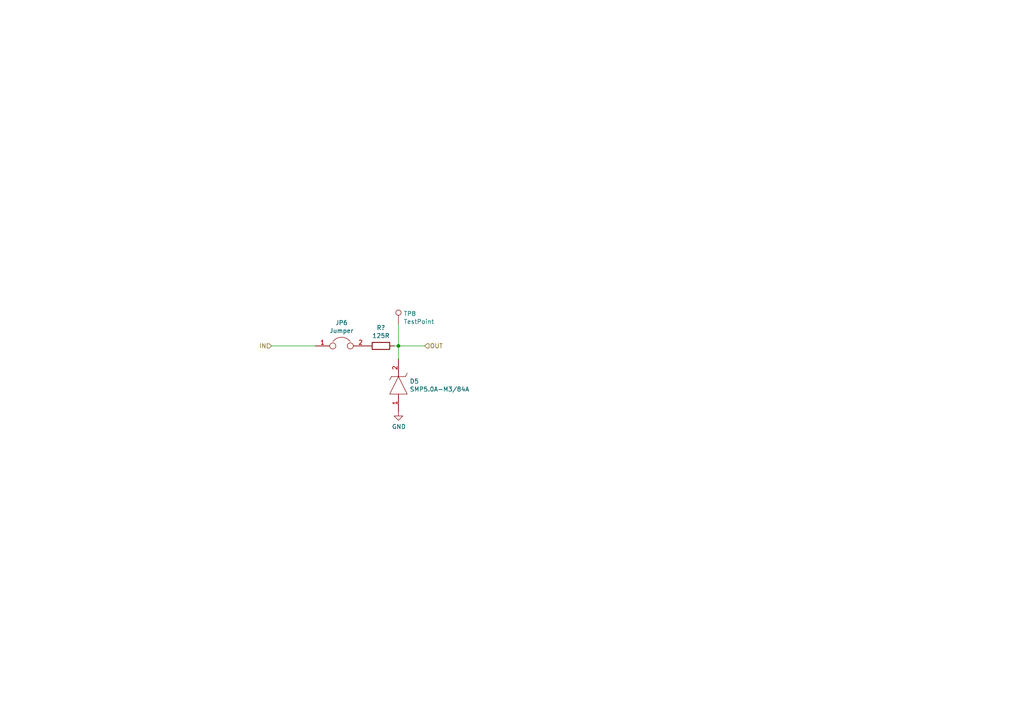
<source format=kicad_sch>
(kicad_sch (version 20230121) (generator eeschema)
  (paper "A4")
  (lib_symbols
    (symbol "Connector:TestPoint" (pin_numbers hide) (pin_names (offset 0.762) hide)
      (property "Reference" "TP" (at 0 6.858 0))
      (property "Value" "TestPoint" (at 0 5.08 0))
      (symbol "TestPoint_0_1"
        (circle (center 0 3.302) (radius 0.762))
      )
      (symbol "TestPoint_1_1"
        (pin passive line (at 0 0 90) (length 2.54) (name "1") (number "1"))
      )
    )
    (symbol "Device:Jumper" (pin_names (offset 0.762) hide)
      (property "Reference" "JP" (at 0 3.81 0))
      (property "Value" "Device_Jumper" (at 0 -2.032 0))
      (symbol "Jumper_0_1"
        (circle (center -2.54 0) (radius 0.889))
        (arc (start 2.5146 1.27) (mid 0.0078 2.5097) (end -2.4892 1.27))
        (circle (center 2.54 0) (radius 0.889))
        (pin passive line (at -7.62 0 0) (length 4.191) (name "1") (number "1"))
        (pin passive line (at 7.62 0 180) (length 4.191) (name "2") (number "2"))
      )
    )
    (symbol "Device:R" (pin_numbers hide) (pin_names (offset 0))
      (property "Reference" "R" (at 2.032 0 90))
      (property "Value" "R" (at 0 0 90))
      (symbol "R_0_1"
        (rectangle (start -1.016 -2.54) (end 1.016 2.54) (stroke (width 0.254)))
      )
      (symbol "R_1_1"
        (pin passive line (at 0 3.81 270) (length 1.27) (name "~") (number "1"))
        (pin passive line (at 0 -3.81 90) (length 1.27) (name "~") (number "2"))
      )
    )
    (symbol "SMP3V3-M3_84A:SMP3V3-M3_84A" (pin_names (offset 0.762))
      (property "Reference" "D" (at 10.16 8.89 0))
      (property "Value" "SMP3V3-M3_84A" (at 10.16 6.35 0))
      (symbol "SMP3V3-M3_84A_0_0"
        (pin passive line (at 15.24 0 180) (length 5.08) (name "~") (number "1"))
        (pin passive line (at 0 0 0) (length 5.08) (name "~") (number "2"))
      )
      (symbol "SMP3V3-M3_84A_0_1"
        (polyline (pts (xy 4.064 2.54) (xy 5.08 2.032)) (stroke (width 0.1524)))
        (polyline (pts (xy 5.08 -2.032) (xy 5.08 2.032)) (stroke (width 0.1524)))
        (polyline (pts (xy 5.08 -2.032) (xy 6.096 -2.54)) (stroke (width 0.1524)))
        (polyline (pts (xy 5.08 0) (xy 10.16 2.54) (xy 10.16 -2.54) (xy 5.08 0)) (stroke (width 0.1524)))
      )
    )
    (symbol "power:GND" (power) (pin_names (offset 0))
      (property "Value" "GND" (at 0 -3.81 0))
      (symbol "GND_0_1"
        (polyline (pts (xy 0 0) (xy 0 -1.27) (xy 1.27 -1.27) (xy 0 -2.54) (xy -1.27 -1.27) (xy 0 -1.27)))
      )
      (symbol "GND_1_1"
        (pin power_in line (at 0 0 270) (length 0) hide (name "GND") (number "1"))
      )
    )
  )
  (junction (at 115.57 100.33))
  (wire (pts (xy 115.57 93.98) (xy 115.57 100.33)))
  (wire (pts (xy 115.57 104.14) (xy 115.57 100.33)))
  (wire (pts (xy 115.57 100.33) (xy 114.3 100.33)))
  (wire (pts (xy 91.44 100.33) (xy 78.74 100.33)))
  (wire (pts (xy 115.57 100.33) (xy 123.19 100.33)))
  (hierarchical_label "IN" (shape input) (at 78.74 100.33 180))
  (hierarchical_label "OUT" (shape input) (at 123.19 100.33 0))
  (symbol (lib_id "Device:R") (at 110.49 100.33 270) (unit 1)
    (property "Reference" "R?" (at 110.49 95.0722 90))
    (property "Value" "125R" (at 110.49 97.3836 90))
    (property "Footprint" "Resistor_SMD:R_0805_2012Metric_Pad1.20x1.40mm_HandSolder" (effects hide))
    (instances (project "Control Box" (path "" (reference "R?") (unit 1)) (path "" (reference "R6") (unit 1)) (path "" (reference "R8") (unit 1)) (path "" (reference "R10") (unit 1)) (path "" (reference "R?") (unit 1)) (path "" (reference "R5") (unit 1)) (path "" (reference "R9") (unit 1)) (path "" (reference "R7") (unit 1)) (path "" (reference "R42") (unit 1)) (path "" (reference "R41") (unit 1))))
  )
  (symbol (lib_id "power:GND") (at 115.57 119.38 0) (unit 1)
    (property "Reference" "#PWR016" (effects hide))
    (property "Value" "GND" (at 115.697 123.7742 0))
    (instances (project "Control Box" (path "" (reference "#PWR016") (unit 1)) (path "" (reference "#PWR018") (unit 1)) (path "" (reference "#PWR020") (unit 1)) (path "" (reference "#PWR015") (unit 1)) (path "" (reference "#PWR019") (unit 1)) (path "" (reference "#PWR017") (unit 1)) (path "" (reference "#PWR072") (unit 1)) (path "" (reference "#PWR071") (unit 1))))
  )
  (symbol (lib_id "Device:Jumper") (at 99.06 100.33 0) (unit 1)
    (property "Reference" "JP6" (at 99.06 93.6244 0))
    (property "Value" "Jumper" (at 99.06 95.9358 0))
    (property "Footprint" "Connector_PinHeader_2.54mm:PinHeader_1x02_P2.54mm_Vertical" (effects hide))
    (instances (project "Control Box" (path "" (reference "JP6") (unit 1)) (path "" (reference "JP9") (unit 1)) (path "" (reference "JP8") (unit 1)) (path "" (reference "JP4") (unit 1)) (path "" (reference "JP7") (unit 1)) (path "" (reference "JP5") (unit 1)) (path "" (reference "JP12") (unit 1)) (path "" (reference "JP3") (unit 1))))
  )
  (symbol (lib_id "Connector:TestPoint") (at 115.57 93.98 0) (unit 1)
    (property "Reference" "TP8" (at 117.0432 90.9828 0) (effects (justify left)))
    (property "Value" "TestPoint" (at 117.0432 93.2942 0) (effects (justify left)))
    (property "Footprint" "Connector_PinHeader_2.54mm:PinHeader_1x01_P2.54mm_Vertical" (effects hide))
    (instances (project "Control Box" (path "" (reference "TP8") (unit 1)) (path "" (reference "TP4") (unit 1)) (path "" (reference "TP7") (unit 1)) (path "" (reference "TP5") (unit 1)) (path "" (reference "TP6") (unit 1)) (path "" (reference "TP3") (unit 1)) (path "" (reference "TP24") (unit 1)) (path "" (reference "TP23") (unit 1))))
  )
  (symbol (lib_id "SMP3V3-M3_84A:SMP3V3-M3_84A") (at 115.57 104.14 270) (unit 1)
    (property "Reference" "D5" (at 118.8212 110.5916 90) (effects (justify left)))
    (property "Value" "SMP5.0A-M3/84A" (at 118.8212 112.903 90) (effects (justify left)))
    (property "Footprint" "SMP3V3-M3_84A:DO-220AA" (effects hide))
    (property "Datasheet" "http://www.vishay.com/docs/88481/smp3v3.pdf" (effects hide))
    (property "Description" "Vishay SMP3V3-M3/84A Uni-Directional TVS Diode, 400W peak, 2-Pin DO-220AA" (effects hide))
    (property "Manufacturer_Name" "Vishay" (effects hide))
    (property "Manufacturer_Part_Number" "SMP3V3-M3/84A" (effects hide))
    (property "Mouser Part Number" "625-SMP3V3-M3" (effects hide))
    (property "Mouser Price/Stock" "https://www.mouser.co.uk/ProductDetail/Vishay-General-Semiconductor/SMP3V3-M3-84A?qs=2u8eEi%2F8yFXPX04IcnUiGQ%3D%3D" (effects hide))
    (property "Arrow Part Number" "SMP3V3-M3/84A" (effects hide))
    (property "Arrow Price/Stock" "https://www.arrow.com/en/products/smp3v3-m384a/vishay?region=nac" (effects hide))
    (instances (project "Control Box" (path "" (reference "D5") (unit 1)) (path "" (reference "D8") (unit 1)) (path "" (reference "D10") (unit 1)) (path "" (reference "D7") (unit 1)) (path "" (reference "D9") (unit 1)) (path "" (reference "D6") (unit 1)) (path "" (reference "D42") (unit 1)) (path "" (reference "D41") (unit 1))))
  )
)
</source>
